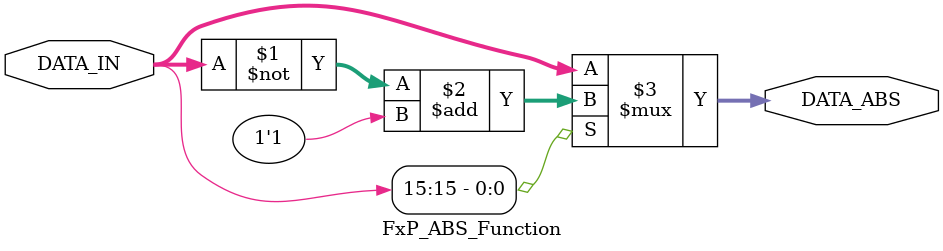
<source format=v>
`timescale 1ns / 1ps

module FxP_ABS_Function
#(
	parameter DATA_WIDTH = 16
)
(
	// Data Signals
	input   [DATA_WIDTH-1:0] DATA_IN,
	output  [DATA_WIDTH-1:0] DATA_ABS
);

	//
	// Two's Complement Absolute Function
	//
	// If the sign-bit (MSB) is high, then
	//    DATA_ABS = ~DATA_IN + 1'b1
	// Else
	//    DATA_ABS = DATA_IN
	//
	assign DATA_ABS = DATA_IN[DATA_WIDTH-1] ? ~DATA_IN + 1'b1 : DATA_IN;

endmodule

</source>
